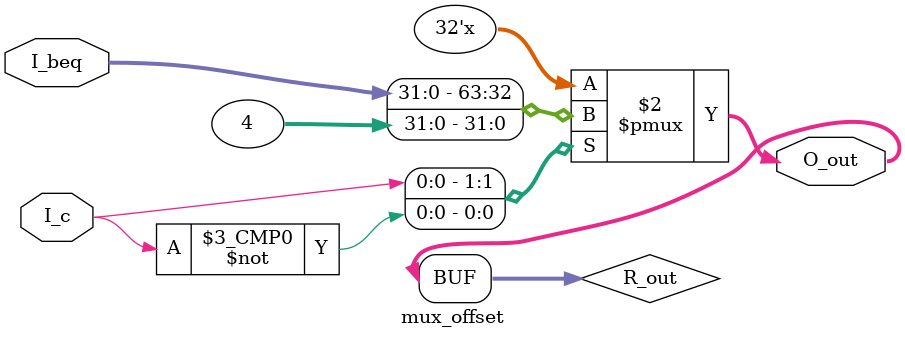
<source format=v>
`timescale 1ns / 1ps


module mux_alu(
           input [31:0] I_ext,
           input [31:0] I_rd,

           input I_c,
           output [31:0] O_out
       );
reg [31:0] R_out;
always @ (*) begin
    case (I_c)
        1:
            R_out<=I_rd;
        0:
            R_out<=I_ext;
    endcase
end
assign O_out=R_out;
endmodule


    module mux_rwd(
        input [31:0] I_ext,
        input [31:0] I_alu,
        input [31:0] I_dm,

        input [1:0] I_c,
        output [31:0]O_out
    );
reg [31:0] R_out;
always @ (*) begin
    case (I_c)
        2'b00:
            R_out<=I_ext;
        2'b01:
            R_out<=I_alu;
        2'b10:
            R_out<=I_dm;
    endcase
end
assign O_out=R_out;
endmodule


    module mux_rwa(
        input [4:0] I_rt,
        input [4:0] I_rd,

        input I_c,
        output [4:0]O_out
    );
reg [4:0] R_out;
always @ (*) begin
    case (I_c)
        1:
            R_out<=I_rd;
        0:
            R_out<=I_rt;
    endcase
end
assign O_out=R_out;
endmodule


    module mux_pc(
        input [31:0] I_off,
        //input [31:0] I_j,
        input [31:0] I_pc,
        input I_c,

        output [31:0]O_out,
        output [31:0]O_output_npc
    );
reg [31:0] R_out;
always @ (*) begin
    case (I_c)
        1:
            R_out<=I_off;
        0:
            R_out<=I_off+I_pc;
    endcase
end
assign O_out=R_out;
assign O_output_npc=R_out+4;
endmodule


    module mux_offset(
        input [31:0] I_beq,

        input I_c,
        output [31:0] O_out
    );
reg [31:0] R_out;
always @ (*) begin
    case (I_c)
        1:
            R_out<=I_beq;
        0:
            R_out<=32'h4;
    endcase
end
assign O_out=R_out;
endmodule

</source>
